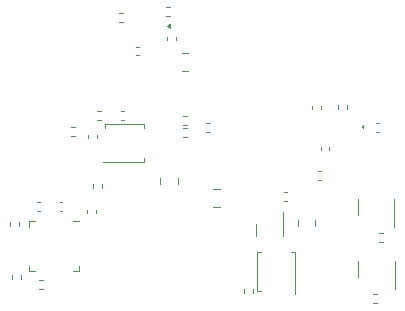
<source format=gbr>
%TF.GenerationSoftware,KiCad,Pcbnew,5.99.0-5f22025611*%
%TF.CreationDate,2021-06-18T20:55:10+00:00*%
%TF.ProjectId,driver,64726976-6572-42e6-9b69-6361645f7063,rev?*%
%TF.SameCoordinates,Original*%
%TF.FileFunction,Legend,Bot*%
%TF.FilePolarity,Positive*%
%FSLAX46Y46*%
G04 Gerber Fmt 4.6, Leading zero omitted, Abs format (unit mm)*
G04 Created by KiCad (PCBNEW 5.99.0-5f22025611) date 2021-06-18 20:55:10*
%MOMM*%
%LPD*%
G01*
G04 APERTURE LIST*
%ADD10C,0.120000*%
G04 APERTURE END LIST*
D10*
%TO.C,R110*%
X94753641Y-74930000D02*
X94446359Y-74930000D01*
X94753641Y-74170000D02*
X94446359Y-74170000D01*
%TO.C,Q101*%
X95735000Y-71975000D02*
X95735000Y-73650000D01*
X92615000Y-71975000D02*
X92615000Y-72625000D01*
X95735000Y-71975000D02*
X95735000Y-71325000D01*
X92615000Y-71975000D02*
X92615000Y-71325000D01*
%TO.C,R122*%
X88770000Y-63396359D02*
X88770000Y-63703641D01*
X89530000Y-63396359D02*
X89530000Y-63703641D01*
%TO.C,R102*%
X78178641Y-66030000D02*
X77871359Y-66030000D01*
X78178641Y-65270000D02*
X77871359Y-65270000D01*
%TO.C,U101*%
X69010000Y-77410000D02*
X69010000Y-76935000D01*
X64790000Y-77410000D02*
X64790000Y-76935000D01*
X64790000Y-73190000D02*
X64790000Y-73665000D01*
X68535000Y-73190000D02*
X69010000Y-73190000D01*
X65265000Y-77410000D02*
X64790000Y-77410000D01*
X68535000Y-77410000D02*
X69010000Y-77410000D01*
X65265000Y-73190000D02*
X64790000Y-73190000D01*
%TO.C,C105*%
X70460000Y-72457836D02*
X70460000Y-72242164D01*
X69740000Y-72457836D02*
X69740000Y-72242164D01*
%TO.C,R111*%
X83780000Y-78946359D02*
X83780000Y-79253641D01*
X83020000Y-78946359D02*
X83020000Y-79253641D01*
%TO.C,Q105*%
X74535000Y-65250000D02*
X74535000Y-64915000D01*
X71265000Y-64915000D02*
X74535000Y-64915000D01*
X71265000Y-65250000D02*
X71265000Y-64915000D01*
X74535000Y-68185000D02*
X74535000Y-67850000D01*
X71030000Y-68185000D02*
X74535000Y-68185000D01*
%TO.C,R106*%
X79796359Y-64820000D02*
X80103641Y-64820000D01*
X79796359Y-65580000D02*
X80103641Y-65580000D01*
%TO.C,C107*%
X67392164Y-71540000D02*
X67607836Y-71540000D01*
X67392164Y-72260000D02*
X67607836Y-72260000D01*
%TO.C,C109*%
X74107836Y-58390000D02*
X73892164Y-58390000D01*
X74107836Y-59110000D02*
X73892164Y-59110000D01*
%TO.C,U104*%
X76707500Y-56500000D02*
X76707500Y-56800000D01*
X76707500Y-56800000D02*
X76457500Y-56650000D01*
X76457500Y-56650000D02*
X76707500Y-56500000D01*
X76707500Y-56500000D02*
X76707500Y-56500000D01*
G36*
X76707500Y-56800000D02*
G01*
X76457500Y-56650000D01*
X76707500Y-56500000D01*
X76707500Y-56800000D01*
G37*
X76707500Y-56800000D02*
X76457500Y-56650000D01*
X76707500Y-56500000D01*
X76707500Y-56800000D01*
%TO.C,R118*%
X72446359Y-55520000D02*
X72753641Y-55520000D01*
X72446359Y-56280000D02*
X72753641Y-56280000D01*
%TO.C,R113*%
X94253641Y-80080000D02*
X93946359Y-80080000D01*
X94253641Y-79320000D02*
X93946359Y-79320000D01*
%TO.C,R119*%
X76520000Y-57853641D02*
X76520000Y-57546359D01*
X77280000Y-57853641D02*
X77280000Y-57546359D01*
%TO.C,R108*%
X65953641Y-78880000D02*
X65646359Y-78880000D01*
X65953641Y-78120000D02*
X65646359Y-78120000D01*
%TO.C,C108*%
X72592164Y-63840000D02*
X72807836Y-63840000D01*
X72592164Y-64560000D02*
X72807836Y-64560000D01*
%TO.C,C113*%
X89035000Y-73586252D02*
X89035000Y-73063748D01*
X87565000Y-73586252D02*
X87565000Y-73063748D01*
%TO.C,R112*%
X86348213Y-71443003D02*
X86655495Y-71443003D01*
X86348213Y-70683003D02*
X86655495Y-70683003D01*
%TO.C,R116*%
X70530000Y-66153641D02*
X70530000Y-65846359D01*
X69770000Y-66153641D02*
X69770000Y-65846359D01*
%TO.C,R121*%
X89246359Y-69680000D02*
X89553641Y-69680000D01*
X89246359Y-68920000D02*
X89553641Y-68920000D01*
%TO.C,U105*%
X86300000Y-74400000D02*
X86300000Y-72400000D01*
X84000000Y-74400000D02*
X84000000Y-73400000D01*
%TO.C,C106*%
X65707836Y-72260000D02*
X65492164Y-72260000D01*
X65707836Y-71540000D02*
X65492164Y-71540000D01*
%TO.C,C111*%
X94407836Y-65610000D02*
X94192164Y-65610000D01*
X94407836Y-64890000D02*
X94192164Y-64890000D01*
%TO.C,R109*%
X64080000Y-77746359D02*
X64080000Y-78053641D01*
X63320000Y-77746359D02*
X63320000Y-78053641D01*
%TO.C,R104*%
X63220000Y-73246359D02*
X63220000Y-73553641D01*
X63980000Y-73246359D02*
X63980000Y-73553641D01*
%TO.C,R101*%
X91730000Y-63653641D02*
X91730000Y-63346359D01*
X90970000Y-63653641D02*
X90970000Y-63346359D01*
%TO.C,R115*%
X70980000Y-70353641D02*
X70980000Y-70046359D01*
X70220000Y-70353641D02*
X70220000Y-70046359D01*
%TO.C,R105*%
X77871359Y-64270000D02*
X78178641Y-64270000D01*
X77871359Y-65030000D02*
X78178641Y-65030000D01*
%TO.C,R117*%
X70596359Y-63820000D02*
X70903641Y-63820000D01*
X70596359Y-64580000D02*
X70903641Y-64580000D01*
%TO.C,C110*%
X78261252Y-58965000D02*
X77738748Y-58965000D01*
X78261252Y-60435000D02*
X77738748Y-60435000D01*
%TO.C,C104*%
X80936252Y-70465000D02*
X80413748Y-70465000D01*
X80936252Y-71935000D02*
X80413748Y-71935000D01*
%TO.C,R114*%
X68396359Y-65170000D02*
X68703641Y-65170000D01*
X68396359Y-65930000D02*
X68703641Y-65930000D01*
%TO.C,U103*%
X93010000Y-65150000D02*
X93110000Y-65250000D01*
X93110000Y-65250000D02*
X93110000Y-65050000D01*
X93110000Y-65050000D02*
X93010000Y-65150000D01*
G36*
X93110000Y-65250000D02*
G01*
X93010000Y-65150000D01*
X93110000Y-65050000D01*
X93110000Y-65250000D01*
G37*
X93110000Y-65250000D02*
X93010000Y-65150000D01*
X93110000Y-65050000D01*
X93110000Y-65250000D01*
%TO.C,Q102*%
X84400000Y-79085000D02*
X84065000Y-79085000D01*
X84400000Y-75815000D02*
X84065000Y-75815000D01*
X87335000Y-79320000D02*
X87335000Y-75815000D01*
X84065000Y-79085000D02*
X84065000Y-75815000D01*
X87335000Y-75815000D02*
X87000000Y-75815000D01*
%TO.C,C112*%
X90210000Y-67107836D02*
X90210000Y-66892164D01*
X89490000Y-67107836D02*
X89490000Y-66892164D01*
%TO.C,C101*%
X75915000Y-69488748D02*
X75915000Y-70011252D01*
X77385000Y-69488748D02*
X77385000Y-70011252D01*
%TO.C,Q104*%
X92640000Y-77200000D02*
X92640000Y-77850000D01*
X95760000Y-77200000D02*
X95760000Y-76550000D01*
X95760000Y-77200000D02*
X95760000Y-78875000D01*
X92640000Y-77200000D02*
X92640000Y-76550000D01*
%TO.C,R120*%
X76703641Y-55830000D02*
X76396359Y-55830000D01*
X76703641Y-55070000D02*
X76396359Y-55070000D01*
%TD*%
M02*

</source>
